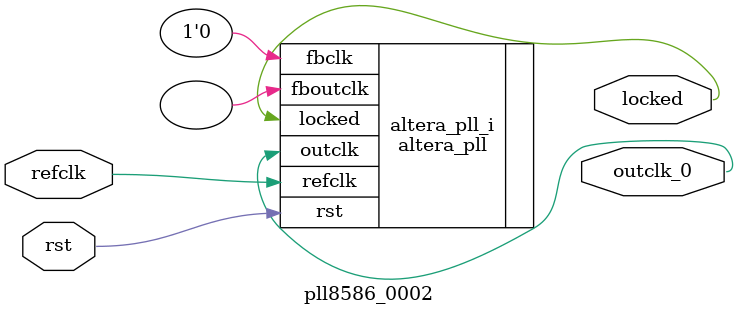
<source format=v>
`timescale 1ns/10ps
module  pll8586_0002(

	// interface 'refclk'
	input wire refclk,

	// interface 'reset'
	input wire rst,

	// interface 'outclk0'
	output wire outclk_0,

	// interface 'locked'
	output wire locked
);

	altera_pll #(
		.fractional_vco_multiplier("false"),
		.reference_clock_frequency("50.0 MHz"),
		.operation_mode("direct"),
		.number_of_clocks(1),
		.output_clock_frequency0("85.858585 MHz"),
		.phase_shift0("0 ps"),
		.duty_cycle0(50),
		.output_clock_frequency1("0 MHz"),
		.phase_shift1("0 ps"),
		.duty_cycle1(50),
		.output_clock_frequency2("0 MHz"),
		.phase_shift2("0 ps"),
		.duty_cycle2(50),
		.output_clock_frequency3("0 MHz"),
		.phase_shift3("0 ps"),
		.duty_cycle3(50),
		.output_clock_frequency4("0 MHz"),
		.phase_shift4("0 ps"),
		.duty_cycle4(50),
		.output_clock_frequency5("0 MHz"),
		.phase_shift5("0 ps"),
		.duty_cycle5(50),
		.output_clock_frequency6("0 MHz"),
		.phase_shift6("0 ps"),
		.duty_cycle6(50),
		.output_clock_frequency7("0 MHz"),
		.phase_shift7("0 ps"),
		.duty_cycle7(50),
		.output_clock_frequency8("0 MHz"),
		.phase_shift8("0 ps"),
		.duty_cycle8(50),
		.output_clock_frequency9("0 MHz"),
		.phase_shift9("0 ps"),
		.duty_cycle9(50),
		.output_clock_frequency10("0 MHz"),
		.phase_shift10("0 ps"),
		.duty_cycle10(50),
		.output_clock_frequency11("0 MHz"),
		.phase_shift11("0 ps"),
		.duty_cycle11(50),
		.output_clock_frequency12("0 MHz"),
		.phase_shift12("0 ps"),
		.duty_cycle12(50),
		.output_clock_frequency13("0 MHz"),
		.phase_shift13("0 ps"),
		.duty_cycle13(50),
		.output_clock_frequency14("0 MHz"),
		.phase_shift14("0 ps"),
		.duty_cycle14(50),
		.output_clock_frequency15("0 MHz"),
		.phase_shift15("0 ps"),
		.duty_cycle15(50),
		.output_clock_frequency16("0 MHz"),
		.phase_shift16("0 ps"),
		.duty_cycle16(50),
		.output_clock_frequency17("0 MHz"),
		.phase_shift17("0 ps"),
		.duty_cycle17(50),
		.pll_type("General"),
		.pll_subtype("General")
	) altera_pll_i (
		.rst	(rst),
		.outclk	({outclk_0}),
		.locked	(locked),
		.fboutclk	( ),
		.fbclk	(1'b0),
		.refclk	(refclk)
	);
endmodule


</source>
